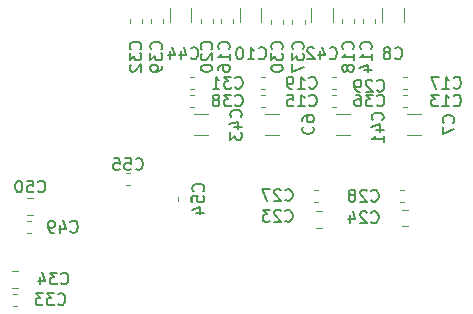
<source format=gbr>
G04 #@! TF.GenerationSoftware,KiCad,Pcbnew,5.0.2-bee76a0~70~ubuntu18.04.1*
G04 #@! TF.CreationDate,2019-10-10T22:37:19-05:00*
G04 #@! TF.ProjectId,nvmeter,6e766d65-7465-4722-9e6b-696361645f70,rev?*
G04 #@! TF.SameCoordinates,Original*
G04 #@! TF.FileFunction,Legend,Bot*
G04 #@! TF.FilePolarity,Positive*
%FSLAX46Y46*%
G04 Gerber Fmt 4.6, Leading zero omitted, Abs format (unit mm)*
G04 Created by KiCad (PCBNEW 5.0.2-bee76a0~70~ubuntu18.04.1) date Thu 10 Oct 2019 10:37:19 PM CDT*
%MOMM*%
%LPD*%
G01*
G04 APERTURE LIST*
%ADD10C,0.120000*%
%ADD11C,0.150000*%
G04 APERTURE END LIST*
D10*
G04 #@! TO.C,C31*
X50921043Y-39078271D02*
X51263577Y-39078271D01*
X50921043Y-38058271D02*
X51263577Y-38058271D01*
G04 #@! TO.C,C27*
X61407275Y-48591415D02*
X61749809Y-48591415D01*
X61407275Y-47571415D02*
X61749809Y-47571415D01*
G04 #@! TO.C,C28*
X68686852Y-48644786D02*
X69029386Y-48644786D01*
X68686852Y-47624786D02*
X69029386Y-47624786D01*
G04 #@! TO.C,C13*
X68921043Y-40578271D02*
X69263577Y-40578271D01*
X68921043Y-39558271D02*
X69263577Y-39558271D01*
G04 #@! TO.C,C54*
X50914847Y-48179990D02*
X50914847Y-48522524D01*
X49894847Y-48179990D02*
X49894847Y-48522524D01*
G04 #@! TO.C,C15*
X56935339Y-40578271D02*
X57277873Y-40578271D01*
X56935339Y-39558271D02*
X57277873Y-39558271D01*
G04 #@! TO.C,C16*
X53528459Y-33489538D02*
X53528459Y-33147004D01*
X54548459Y-33489538D02*
X54548459Y-33147004D01*
G04 #@! TO.C,C17*
X68921043Y-39078271D02*
X69263577Y-39078271D01*
X68921043Y-38058271D02*
X69263577Y-38058271D01*
G04 #@! TO.C,C18*
X63786308Y-33489538D02*
X63786308Y-33147004D01*
X64806308Y-33489538D02*
X64806308Y-33147004D01*
G04 #@! TO.C,C19*
X56935339Y-39078271D02*
X57277873Y-39078271D01*
X56935339Y-38058271D02*
X57277873Y-38058271D01*
G04 #@! TO.C,C20*
X51832310Y-33489538D02*
X51832310Y-33147004D01*
X52852310Y-33489538D02*
X52852310Y-33147004D01*
G04 #@! TO.C,C33*
X36265794Y-56390197D02*
X35923260Y-56390197D01*
X36265794Y-57410197D02*
X35923260Y-57410197D01*
G04 #@! TO.C,C14*
X66556308Y-33489538D02*
X66556308Y-33147004D01*
X65536308Y-33489538D02*
X65536308Y-33147004D01*
G04 #@! TO.C,C55*
X45826114Y-46191257D02*
X45483580Y-46191257D01*
X45826114Y-47211257D02*
X45483580Y-47211257D01*
G04 #@! TO.C,C29*
X62921043Y-39078271D02*
X63263577Y-39078271D01*
X62921043Y-38058271D02*
X63263577Y-38058271D01*
G04 #@! TO.C,C49*
X37414834Y-51262317D02*
X37072300Y-51262317D01*
X37414834Y-50242317D02*
X37072300Y-50242317D01*
G04 #@! TO.C,C32*
X45832310Y-33489538D02*
X45832310Y-33147004D01*
X46852310Y-33489538D02*
X46852310Y-33147004D01*
G04 #@! TO.C,C36*
X62921043Y-39558271D02*
X63263577Y-39558271D01*
X62921043Y-40578271D02*
X63263577Y-40578271D01*
G04 #@! TO.C,C37*
X60602310Y-33579618D02*
X60602310Y-33237084D01*
X59582310Y-33579618D02*
X59582310Y-33237084D01*
G04 #@! TO.C,C38*
X50921043Y-39558271D02*
X51263577Y-39558271D01*
X50921043Y-40578271D02*
X51263577Y-40578271D01*
G04 #@! TO.C,C39*
X48602310Y-33489538D02*
X48602310Y-33147004D01*
X47582310Y-33489538D02*
X47582310Y-33147004D01*
G04 #@! TO.C,C30*
X57800884Y-33579618D02*
X57800884Y-33237084D01*
X58820884Y-33579618D02*
X58820884Y-33237084D01*
G04 #@! TO.C,C34*
X36355779Y-54440197D02*
X35833275Y-54440197D01*
X36355779Y-55860197D02*
X35833275Y-55860197D01*
G04 #@! TO.C,C24*
X68846867Y-49260752D02*
X69369371Y-49260752D01*
X68846867Y-50680752D02*
X69369371Y-50680752D01*
G04 #@! TO.C,C23*
X61567290Y-50791415D02*
X62089794Y-50791415D01*
X61567290Y-49371415D02*
X62089794Y-49371415D01*
G04 #@! TO.C,C50*
X37651179Y-49712317D02*
X37128675Y-49712317D01*
X37651179Y-48292317D02*
X37128675Y-48292317D01*
G04 #@! TO.C,C44*
X51002310Y-33420335D02*
X51002310Y-32216207D01*
X49182310Y-33420335D02*
X49182310Y-32216207D01*
G04 #@! TO.C,C7*
X69240246Y-41158271D02*
X70444374Y-41158271D01*
X69240246Y-42978271D02*
X70444374Y-42978271D01*
G04 #@! TO.C,C10*
X55128459Y-33420335D02*
X55128459Y-32216207D01*
X56948459Y-33420335D02*
X56948459Y-32216207D01*
G04 #@! TO.C,C8*
X69002310Y-33420335D02*
X69002310Y-32216207D01*
X67182310Y-33420335D02*
X67182310Y-32216207D01*
G04 #@! TO.C,C43*
X51240246Y-41158271D02*
X52444374Y-41158271D01*
X51240246Y-42978271D02*
X52444374Y-42978271D01*
G04 #@! TO.C,C42*
X63002310Y-33420335D02*
X63002310Y-32216207D01*
X61182310Y-33420335D02*
X61182310Y-32216207D01*
G04 #@! TO.C,C41*
X63240246Y-41158271D02*
X64444374Y-41158271D01*
X63240246Y-42978271D02*
X64444374Y-42978271D01*
G04 #@! TO.C,C9*
X57240246Y-42978271D02*
X58444374Y-42978271D01*
X57240246Y-41158271D02*
X58444374Y-41158271D01*
G04 #@! TO.C,C31*
D11*
X54735167Y-38925413D02*
X54782786Y-38973032D01*
X54925643Y-39020651D01*
X55020881Y-39020651D01*
X55163738Y-38973032D01*
X55258976Y-38877794D01*
X55306595Y-38782556D01*
X55354214Y-38592080D01*
X55354214Y-38449223D01*
X55306595Y-38258747D01*
X55258976Y-38163509D01*
X55163738Y-38068271D01*
X55020881Y-38020651D01*
X54925643Y-38020651D01*
X54782786Y-38068271D01*
X54735167Y-38115890D01*
X54401833Y-38020651D02*
X53782786Y-38020651D01*
X54116119Y-38401604D01*
X53973262Y-38401604D01*
X53878024Y-38449223D01*
X53830405Y-38496842D01*
X53782786Y-38592080D01*
X53782786Y-38830175D01*
X53830405Y-38925413D01*
X53878024Y-38973032D01*
X53973262Y-39020651D01*
X54258976Y-39020651D01*
X54354214Y-38973032D01*
X54401833Y-38925413D01*
X52830405Y-39020651D02*
X53401833Y-39020651D01*
X53116119Y-39020651D02*
X53116119Y-38020651D01*
X53211357Y-38163509D01*
X53306595Y-38258747D01*
X53401833Y-38306366D01*
G04 #@! TO.C,C27*
X58971399Y-48438557D02*
X59019018Y-48486176D01*
X59161875Y-48533795D01*
X59257113Y-48533795D01*
X59399970Y-48486176D01*
X59495208Y-48390938D01*
X59542827Y-48295700D01*
X59590446Y-48105224D01*
X59590446Y-47962367D01*
X59542827Y-47771891D01*
X59495208Y-47676653D01*
X59399970Y-47581415D01*
X59257113Y-47533795D01*
X59161875Y-47533795D01*
X59019018Y-47581415D01*
X58971399Y-47629034D01*
X58590446Y-47629034D02*
X58542827Y-47581415D01*
X58447589Y-47533795D01*
X58209494Y-47533795D01*
X58114256Y-47581415D01*
X58066637Y-47629034D01*
X58019018Y-47724272D01*
X58019018Y-47819510D01*
X58066637Y-47962367D01*
X58638065Y-48533795D01*
X58019018Y-48533795D01*
X57685684Y-47533795D02*
X57019018Y-47533795D01*
X57447589Y-48533795D01*
G04 #@! TO.C,C28*
X66250976Y-48491928D02*
X66298595Y-48539547D01*
X66441452Y-48587166D01*
X66536690Y-48587166D01*
X66679547Y-48539547D01*
X66774785Y-48444309D01*
X66822404Y-48349071D01*
X66870023Y-48158595D01*
X66870023Y-48015738D01*
X66822404Y-47825262D01*
X66774785Y-47730024D01*
X66679547Y-47634786D01*
X66536690Y-47587166D01*
X66441452Y-47587166D01*
X66298595Y-47634786D01*
X66250976Y-47682405D01*
X65870023Y-47682405D02*
X65822404Y-47634786D01*
X65727166Y-47587166D01*
X65489071Y-47587166D01*
X65393833Y-47634786D01*
X65346214Y-47682405D01*
X65298595Y-47777643D01*
X65298595Y-47872881D01*
X65346214Y-48015738D01*
X65917642Y-48587166D01*
X65298595Y-48587166D01*
X64727166Y-48015738D02*
X64822404Y-47968119D01*
X64870023Y-47920500D01*
X64917642Y-47825262D01*
X64917642Y-47777643D01*
X64870023Y-47682405D01*
X64822404Y-47634786D01*
X64727166Y-47587166D01*
X64536690Y-47587166D01*
X64441452Y-47634786D01*
X64393833Y-47682405D01*
X64346214Y-47777643D01*
X64346214Y-47825262D01*
X64393833Y-47920500D01*
X64441452Y-47968119D01*
X64536690Y-48015738D01*
X64727166Y-48015738D01*
X64822404Y-48063357D01*
X64870023Y-48110976D01*
X64917642Y-48206214D01*
X64917642Y-48396690D01*
X64870023Y-48491928D01*
X64822404Y-48539547D01*
X64727166Y-48587166D01*
X64536690Y-48587166D01*
X64441452Y-48539547D01*
X64393833Y-48491928D01*
X64346214Y-48396690D01*
X64346214Y-48206214D01*
X64393833Y-48110976D01*
X64441452Y-48063357D01*
X64536690Y-48015738D01*
G04 #@! TO.C,C13*
X73235167Y-40425413D02*
X73282786Y-40473032D01*
X73425643Y-40520651D01*
X73520881Y-40520651D01*
X73663738Y-40473032D01*
X73758976Y-40377794D01*
X73806595Y-40282556D01*
X73854214Y-40092080D01*
X73854214Y-39949223D01*
X73806595Y-39758747D01*
X73758976Y-39663509D01*
X73663738Y-39568271D01*
X73520881Y-39520651D01*
X73425643Y-39520651D01*
X73282786Y-39568271D01*
X73235167Y-39615890D01*
X72282786Y-40520651D02*
X72854214Y-40520651D01*
X72568500Y-40520651D02*
X72568500Y-39520651D01*
X72663738Y-39663509D01*
X72758976Y-39758747D01*
X72854214Y-39806366D01*
X71949452Y-39520651D02*
X71330405Y-39520651D01*
X71663738Y-39901604D01*
X71520881Y-39901604D01*
X71425643Y-39949223D01*
X71378024Y-39996842D01*
X71330405Y-40092080D01*
X71330405Y-40330175D01*
X71378024Y-40425413D01*
X71425643Y-40473032D01*
X71520881Y-40520651D01*
X71806595Y-40520651D01*
X71901833Y-40473032D01*
X71949452Y-40425413D01*
G04 #@! TO.C,C54*
X52011989Y-47708399D02*
X52059608Y-47660780D01*
X52107227Y-47517923D01*
X52107227Y-47422685D01*
X52059608Y-47279828D01*
X51964370Y-47184590D01*
X51869132Y-47136971D01*
X51678656Y-47089352D01*
X51535799Y-47089352D01*
X51345323Y-47136971D01*
X51250085Y-47184590D01*
X51154847Y-47279828D01*
X51107227Y-47422685D01*
X51107227Y-47517923D01*
X51154847Y-47660780D01*
X51202466Y-47708399D01*
X51107227Y-48613161D02*
X51107227Y-48136971D01*
X51583418Y-48089352D01*
X51535799Y-48136971D01*
X51488180Y-48232209D01*
X51488180Y-48470304D01*
X51535799Y-48565542D01*
X51583418Y-48613161D01*
X51678656Y-48660780D01*
X51916751Y-48660780D01*
X52011989Y-48613161D01*
X52059608Y-48565542D01*
X52107227Y-48470304D01*
X52107227Y-48232209D01*
X52059608Y-48136971D01*
X52011989Y-48089352D01*
X51440561Y-49517923D02*
X52107227Y-49517923D01*
X51059608Y-49279828D02*
X51773894Y-49041733D01*
X51773894Y-49660780D01*
G04 #@! TO.C,C15*
X60999463Y-40425413D02*
X61047082Y-40473032D01*
X61189939Y-40520651D01*
X61285177Y-40520651D01*
X61428034Y-40473032D01*
X61523272Y-40377794D01*
X61570891Y-40282556D01*
X61618510Y-40092080D01*
X61618510Y-39949223D01*
X61570891Y-39758747D01*
X61523272Y-39663509D01*
X61428034Y-39568271D01*
X61285177Y-39520651D01*
X61189939Y-39520651D01*
X61047082Y-39568271D01*
X60999463Y-39615890D01*
X60047082Y-40520651D02*
X60618510Y-40520651D01*
X60332796Y-40520651D02*
X60332796Y-39520651D01*
X60428034Y-39663509D01*
X60523272Y-39758747D01*
X60618510Y-39806366D01*
X59142320Y-39520651D02*
X59618510Y-39520651D01*
X59666129Y-39996842D01*
X59618510Y-39949223D01*
X59523272Y-39901604D01*
X59285177Y-39901604D01*
X59189939Y-39949223D01*
X59142320Y-39996842D01*
X59094701Y-40092080D01*
X59094701Y-40330175D01*
X59142320Y-40425413D01*
X59189939Y-40473032D01*
X59285177Y-40520651D01*
X59523272Y-40520651D01*
X59618510Y-40473032D01*
X59666129Y-40425413D01*
G04 #@! TO.C,C16*
X54199452Y-35675413D02*
X54247071Y-35627794D01*
X54294690Y-35484937D01*
X54294690Y-35389699D01*
X54247071Y-35246842D01*
X54151833Y-35151604D01*
X54056595Y-35103985D01*
X53866119Y-35056366D01*
X53723262Y-35056366D01*
X53532786Y-35103985D01*
X53437548Y-35151604D01*
X53342310Y-35246842D01*
X53294690Y-35389699D01*
X53294690Y-35484937D01*
X53342310Y-35627794D01*
X53389929Y-35675413D01*
X54294690Y-36627794D02*
X54294690Y-36056366D01*
X54294690Y-36342080D02*
X53294690Y-36342080D01*
X53437548Y-36246842D01*
X53532786Y-36151604D01*
X53580405Y-36056366D01*
X53294690Y-37484937D02*
X53294690Y-37294461D01*
X53342310Y-37199223D01*
X53389929Y-37151604D01*
X53532786Y-37056366D01*
X53723262Y-37008747D01*
X54104214Y-37008747D01*
X54199452Y-37056366D01*
X54247071Y-37103985D01*
X54294690Y-37199223D01*
X54294690Y-37389699D01*
X54247071Y-37484937D01*
X54199452Y-37532556D01*
X54104214Y-37580175D01*
X53866119Y-37580175D01*
X53770881Y-37532556D01*
X53723262Y-37484937D01*
X53675643Y-37389699D01*
X53675643Y-37199223D01*
X53723262Y-37103985D01*
X53770881Y-37056366D01*
X53866119Y-37008747D01*
G04 #@! TO.C,C17*
X73235167Y-38925413D02*
X73282786Y-38973032D01*
X73425643Y-39020651D01*
X73520881Y-39020651D01*
X73663738Y-38973032D01*
X73758976Y-38877794D01*
X73806595Y-38782556D01*
X73854214Y-38592080D01*
X73854214Y-38449223D01*
X73806595Y-38258747D01*
X73758976Y-38163509D01*
X73663738Y-38068271D01*
X73520881Y-38020651D01*
X73425643Y-38020651D01*
X73282786Y-38068271D01*
X73235167Y-38115890D01*
X72282786Y-39020651D02*
X72854214Y-39020651D01*
X72568500Y-39020651D02*
X72568500Y-38020651D01*
X72663738Y-38163509D01*
X72758976Y-38258747D01*
X72854214Y-38306366D01*
X71949452Y-38020651D02*
X71282786Y-38020651D01*
X71711357Y-39020651D01*
G04 #@! TO.C,C18*
X64699452Y-35675413D02*
X64747071Y-35627794D01*
X64794690Y-35484937D01*
X64794690Y-35389699D01*
X64747071Y-35246842D01*
X64651833Y-35151604D01*
X64556595Y-35103985D01*
X64366119Y-35056366D01*
X64223262Y-35056366D01*
X64032786Y-35103985D01*
X63937548Y-35151604D01*
X63842310Y-35246842D01*
X63794690Y-35389699D01*
X63794690Y-35484937D01*
X63842310Y-35627794D01*
X63889929Y-35675413D01*
X64794690Y-36627794D02*
X64794690Y-36056366D01*
X64794690Y-36342080D02*
X63794690Y-36342080D01*
X63937548Y-36246842D01*
X64032786Y-36151604D01*
X64080405Y-36056366D01*
X64223262Y-37199223D02*
X64175643Y-37103985D01*
X64128024Y-37056366D01*
X64032786Y-37008747D01*
X63985167Y-37008747D01*
X63889929Y-37056366D01*
X63842310Y-37103985D01*
X63794690Y-37199223D01*
X63794690Y-37389699D01*
X63842310Y-37484937D01*
X63889929Y-37532556D01*
X63985167Y-37580175D01*
X64032786Y-37580175D01*
X64128024Y-37532556D01*
X64175643Y-37484937D01*
X64223262Y-37389699D01*
X64223262Y-37199223D01*
X64270881Y-37103985D01*
X64318500Y-37056366D01*
X64413738Y-37008747D01*
X64604214Y-37008747D01*
X64699452Y-37056366D01*
X64747071Y-37103985D01*
X64794690Y-37199223D01*
X64794690Y-37389699D01*
X64747071Y-37484937D01*
X64699452Y-37532556D01*
X64604214Y-37580175D01*
X64413738Y-37580175D01*
X64318500Y-37532556D01*
X64270881Y-37484937D01*
X64223262Y-37389699D01*
G04 #@! TO.C,C19*
X60999463Y-38925413D02*
X61047082Y-38973032D01*
X61189939Y-39020651D01*
X61285177Y-39020651D01*
X61428034Y-38973032D01*
X61523272Y-38877794D01*
X61570891Y-38782556D01*
X61618510Y-38592080D01*
X61618510Y-38449223D01*
X61570891Y-38258747D01*
X61523272Y-38163509D01*
X61428034Y-38068271D01*
X61285177Y-38020651D01*
X61189939Y-38020651D01*
X61047082Y-38068271D01*
X60999463Y-38115890D01*
X60047082Y-39020651D02*
X60618510Y-39020651D01*
X60332796Y-39020651D02*
X60332796Y-38020651D01*
X60428034Y-38163509D01*
X60523272Y-38258747D01*
X60618510Y-38306366D01*
X59570891Y-39020651D02*
X59380415Y-39020651D01*
X59285177Y-38973032D01*
X59237558Y-38925413D01*
X59142320Y-38782556D01*
X59094701Y-38592080D01*
X59094701Y-38211128D01*
X59142320Y-38115890D01*
X59189939Y-38068271D01*
X59285177Y-38020651D01*
X59475653Y-38020651D01*
X59570891Y-38068271D01*
X59618510Y-38115890D01*
X59666129Y-38211128D01*
X59666129Y-38449223D01*
X59618510Y-38544461D01*
X59570891Y-38592080D01*
X59475653Y-38639699D01*
X59285177Y-38639699D01*
X59189939Y-38592080D01*
X59142320Y-38544461D01*
X59094701Y-38449223D01*
G04 #@! TO.C,C20*
X52699452Y-35675413D02*
X52747071Y-35627794D01*
X52794690Y-35484937D01*
X52794690Y-35389699D01*
X52747071Y-35246842D01*
X52651833Y-35151604D01*
X52556595Y-35103985D01*
X52366119Y-35056366D01*
X52223262Y-35056366D01*
X52032786Y-35103985D01*
X51937548Y-35151604D01*
X51842310Y-35246842D01*
X51794690Y-35389699D01*
X51794690Y-35484937D01*
X51842310Y-35627794D01*
X51889929Y-35675413D01*
X51889929Y-36056366D02*
X51842310Y-36103985D01*
X51794690Y-36199223D01*
X51794690Y-36437318D01*
X51842310Y-36532556D01*
X51889929Y-36580175D01*
X51985167Y-36627794D01*
X52080405Y-36627794D01*
X52223262Y-36580175D01*
X52794690Y-36008747D01*
X52794690Y-36627794D01*
X51794690Y-37246842D02*
X51794690Y-37342080D01*
X51842310Y-37437318D01*
X51889929Y-37484937D01*
X51985167Y-37532556D01*
X52175643Y-37580175D01*
X52413738Y-37580175D01*
X52604214Y-37532556D01*
X52699452Y-37484937D01*
X52747071Y-37437318D01*
X52794690Y-37342080D01*
X52794690Y-37246842D01*
X52747071Y-37151604D01*
X52699452Y-37103985D01*
X52604214Y-37056366D01*
X52413738Y-37008747D01*
X52175643Y-37008747D01*
X51985167Y-37056366D01*
X51889929Y-37103985D01*
X51842310Y-37151604D01*
X51794690Y-37246842D01*
G04 #@! TO.C,C33*
X39737384Y-57257339D02*
X39785003Y-57304958D01*
X39927860Y-57352577D01*
X40023098Y-57352577D01*
X40165955Y-57304958D01*
X40261193Y-57209720D01*
X40308812Y-57114482D01*
X40356431Y-56924006D01*
X40356431Y-56781149D01*
X40308812Y-56590673D01*
X40261193Y-56495435D01*
X40165955Y-56400197D01*
X40023098Y-56352577D01*
X39927860Y-56352577D01*
X39785003Y-56400197D01*
X39737384Y-56447816D01*
X39404050Y-56352577D02*
X38785003Y-56352577D01*
X39118336Y-56733530D01*
X38975479Y-56733530D01*
X38880241Y-56781149D01*
X38832622Y-56828768D01*
X38785003Y-56924006D01*
X38785003Y-57162101D01*
X38832622Y-57257339D01*
X38880241Y-57304958D01*
X38975479Y-57352577D01*
X39261193Y-57352577D01*
X39356431Y-57304958D01*
X39404050Y-57257339D01*
X38451669Y-56352577D02*
X37832622Y-56352577D01*
X38165955Y-56733530D01*
X38023098Y-56733530D01*
X37927860Y-56781149D01*
X37880241Y-56828768D01*
X37832622Y-56924006D01*
X37832622Y-57162101D01*
X37880241Y-57257339D01*
X37927860Y-57304958D01*
X38023098Y-57352577D01*
X38308812Y-57352577D01*
X38404050Y-57304958D01*
X38451669Y-57257339D01*
G04 #@! TO.C,C14*
X66199452Y-35675413D02*
X66247071Y-35627794D01*
X66294690Y-35484937D01*
X66294690Y-35389699D01*
X66247071Y-35246842D01*
X66151833Y-35151604D01*
X66056595Y-35103985D01*
X65866119Y-35056366D01*
X65723262Y-35056366D01*
X65532786Y-35103985D01*
X65437548Y-35151604D01*
X65342310Y-35246842D01*
X65294690Y-35389699D01*
X65294690Y-35484937D01*
X65342310Y-35627794D01*
X65389929Y-35675413D01*
X66294690Y-36627794D02*
X66294690Y-36056366D01*
X66294690Y-36342080D02*
X65294690Y-36342080D01*
X65437548Y-36246842D01*
X65532786Y-36151604D01*
X65580405Y-36056366D01*
X65628024Y-37484937D02*
X66294690Y-37484937D01*
X65247071Y-37246842D02*
X65961357Y-37008747D01*
X65961357Y-37627794D01*
G04 #@! TO.C,C55*
X46297704Y-45808399D02*
X46345323Y-45856018D01*
X46488180Y-45903637D01*
X46583418Y-45903637D01*
X46726275Y-45856018D01*
X46821513Y-45760780D01*
X46869132Y-45665542D01*
X46916751Y-45475066D01*
X46916751Y-45332209D01*
X46869132Y-45141733D01*
X46821513Y-45046495D01*
X46726275Y-44951257D01*
X46583418Y-44903637D01*
X46488180Y-44903637D01*
X46345323Y-44951257D01*
X46297704Y-44998876D01*
X45392942Y-44903637D02*
X45869132Y-44903637D01*
X45916751Y-45379828D01*
X45869132Y-45332209D01*
X45773894Y-45284590D01*
X45535799Y-45284590D01*
X45440561Y-45332209D01*
X45392942Y-45379828D01*
X45345323Y-45475066D01*
X45345323Y-45713161D01*
X45392942Y-45808399D01*
X45440561Y-45856018D01*
X45535799Y-45903637D01*
X45773894Y-45903637D01*
X45869132Y-45856018D01*
X45916751Y-45808399D01*
X44440561Y-44903637D02*
X44916751Y-44903637D01*
X44964370Y-45379828D01*
X44916751Y-45332209D01*
X44821513Y-45284590D01*
X44583418Y-45284590D01*
X44488180Y-45332209D01*
X44440561Y-45379828D01*
X44392942Y-45475066D01*
X44392942Y-45713161D01*
X44440561Y-45808399D01*
X44488180Y-45856018D01*
X44583418Y-45903637D01*
X44821513Y-45903637D01*
X44916751Y-45856018D01*
X44964370Y-45808399D01*
G04 #@! TO.C,C29*
X66735167Y-39175413D02*
X66782786Y-39223032D01*
X66925643Y-39270651D01*
X67020881Y-39270651D01*
X67163738Y-39223032D01*
X67258976Y-39127794D01*
X67306595Y-39032556D01*
X67354214Y-38842080D01*
X67354214Y-38699223D01*
X67306595Y-38508747D01*
X67258976Y-38413509D01*
X67163738Y-38318271D01*
X67020881Y-38270651D01*
X66925643Y-38270651D01*
X66782786Y-38318271D01*
X66735167Y-38365890D01*
X66354214Y-38365890D02*
X66306595Y-38318271D01*
X66211357Y-38270651D01*
X65973262Y-38270651D01*
X65878024Y-38318271D01*
X65830405Y-38365890D01*
X65782786Y-38461128D01*
X65782786Y-38556366D01*
X65830405Y-38699223D01*
X66401833Y-39270651D01*
X65782786Y-39270651D01*
X65306595Y-39270651D02*
X65116119Y-39270651D01*
X65020881Y-39223032D01*
X64973262Y-39175413D01*
X64878024Y-39032556D01*
X64830405Y-38842080D01*
X64830405Y-38461128D01*
X64878024Y-38365890D01*
X64925643Y-38318271D01*
X65020881Y-38270651D01*
X65211357Y-38270651D01*
X65306595Y-38318271D01*
X65354214Y-38365890D01*
X65401833Y-38461128D01*
X65401833Y-38699223D01*
X65354214Y-38794461D01*
X65306595Y-38842080D01*
X65211357Y-38889699D01*
X65020881Y-38889699D01*
X64925643Y-38842080D01*
X64878024Y-38794461D01*
X64830405Y-38699223D01*
G04 #@! TO.C,C49*
X40782784Y-51109459D02*
X40830403Y-51157078D01*
X40973260Y-51204697D01*
X41068498Y-51204697D01*
X41211355Y-51157078D01*
X41306593Y-51061840D01*
X41354212Y-50966602D01*
X41401831Y-50776126D01*
X41401831Y-50633269D01*
X41354212Y-50442793D01*
X41306593Y-50347555D01*
X41211355Y-50252317D01*
X41068498Y-50204697D01*
X40973260Y-50204697D01*
X40830403Y-50252317D01*
X40782784Y-50299936D01*
X39925641Y-50538031D02*
X39925641Y-51204697D01*
X40163736Y-50157078D02*
X40401831Y-50871364D01*
X39782784Y-50871364D01*
X39354212Y-51204697D02*
X39163736Y-51204697D01*
X39068498Y-51157078D01*
X39020879Y-51109459D01*
X38925641Y-50966602D01*
X38878022Y-50776126D01*
X38878022Y-50395174D01*
X38925641Y-50299936D01*
X38973260Y-50252317D01*
X39068498Y-50204697D01*
X39258974Y-50204697D01*
X39354212Y-50252317D01*
X39401831Y-50299936D01*
X39449450Y-50395174D01*
X39449450Y-50633269D01*
X39401831Y-50728507D01*
X39354212Y-50776126D01*
X39258974Y-50823745D01*
X39068498Y-50823745D01*
X38973260Y-50776126D01*
X38925641Y-50728507D01*
X38878022Y-50633269D01*
G04 #@! TO.C,C32*
X46699452Y-35675413D02*
X46747071Y-35627794D01*
X46794690Y-35484937D01*
X46794690Y-35389699D01*
X46747071Y-35246842D01*
X46651833Y-35151604D01*
X46556595Y-35103985D01*
X46366119Y-35056366D01*
X46223262Y-35056366D01*
X46032786Y-35103985D01*
X45937548Y-35151604D01*
X45842310Y-35246842D01*
X45794690Y-35389699D01*
X45794690Y-35484937D01*
X45842310Y-35627794D01*
X45889929Y-35675413D01*
X45794690Y-36008747D02*
X45794690Y-36627794D01*
X46175643Y-36294461D01*
X46175643Y-36437318D01*
X46223262Y-36532556D01*
X46270881Y-36580175D01*
X46366119Y-36627794D01*
X46604214Y-36627794D01*
X46699452Y-36580175D01*
X46747071Y-36532556D01*
X46794690Y-36437318D01*
X46794690Y-36151604D01*
X46747071Y-36056366D01*
X46699452Y-36008747D01*
X45889929Y-37008747D02*
X45842310Y-37056366D01*
X45794690Y-37151604D01*
X45794690Y-37389699D01*
X45842310Y-37484937D01*
X45889929Y-37532556D01*
X45985167Y-37580175D01*
X46080405Y-37580175D01*
X46223262Y-37532556D01*
X46794690Y-36961128D01*
X46794690Y-37580175D01*
G04 #@! TO.C,C36*
X66735167Y-40425413D02*
X66782786Y-40473032D01*
X66925643Y-40520651D01*
X67020881Y-40520651D01*
X67163738Y-40473032D01*
X67258976Y-40377794D01*
X67306595Y-40282556D01*
X67354214Y-40092080D01*
X67354214Y-39949223D01*
X67306595Y-39758747D01*
X67258976Y-39663509D01*
X67163738Y-39568271D01*
X67020881Y-39520651D01*
X66925643Y-39520651D01*
X66782786Y-39568271D01*
X66735167Y-39615890D01*
X66401833Y-39520651D02*
X65782786Y-39520651D01*
X66116119Y-39901604D01*
X65973262Y-39901604D01*
X65878024Y-39949223D01*
X65830405Y-39996842D01*
X65782786Y-40092080D01*
X65782786Y-40330175D01*
X65830405Y-40425413D01*
X65878024Y-40473032D01*
X65973262Y-40520651D01*
X66258976Y-40520651D01*
X66354214Y-40473032D01*
X66401833Y-40425413D01*
X64925643Y-39520651D02*
X65116119Y-39520651D01*
X65211357Y-39568271D01*
X65258976Y-39615890D01*
X65354214Y-39758747D01*
X65401833Y-39949223D01*
X65401833Y-40330175D01*
X65354214Y-40425413D01*
X65306595Y-40473032D01*
X65211357Y-40520651D01*
X65020881Y-40520651D01*
X64925643Y-40473032D01*
X64878024Y-40425413D01*
X64830405Y-40330175D01*
X64830405Y-40092080D01*
X64878024Y-39996842D01*
X64925643Y-39949223D01*
X65020881Y-39901604D01*
X65211357Y-39901604D01*
X65306595Y-39949223D01*
X65354214Y-39996842D01*
X65401833Y-40092080D01*
G04 #@! TO.C,C37*
X60449452Y-35675413D02*
X60497071Y-35627794D01*
X60544690Y-35484937D01*
X60544690Y-35389699D01*
X60497071Y-35246842D01*
X60401833Y-35151604D01*
X60306595Y-35103985D01*
X60116119Y-35056366D01*
X59973262Y-35056366D01*
X59782786Y-35103985D01*
X59687548Y-35151604D01*
X59592310Y-35246842D01*
X59544690Y-35389699D01*
X59544690Y-35484937D01*
X59592310Y-35627794D01*
X59639929Y-35675413D01*
X59544690Y-36008747D02*
X59544690Y-36627794D01*
X59925643Y-36294461D01*
X59925643Y-36437318D01*
X59973262Y-36532556D01*
X60020881Y-36580175D01*
X60116119Y-36627794D01*
X60354214Y-36627794D01*
X60449452Y-36580175D01*
X60497071Y-36532556D01*
X60544690Y-36437318D01*
X60544690Y-36151604D01*
X60497071Y-36056366D01*
X60449452Y-36008747D01*
X59544690Y-36961128D02*
X59544690Y-37627794D01*
X60544690Y-37199223D01*
G04 #@! TO.C,C38*
X54735167Y-40425413D02*
X54782786Y-40473032D01*
X54925643Y-40520651D01*
X55020881Y-40520651D01*
X55163738Y-40473032D01*
X55258976Y-40377794D01*
X55306595Y-40282556D01*
X55354214Y-40092080D01*
X55354214Y-39949223D01*
X55306595Y-39758747D01*
X55258976Y-39663509D01*
X55163738Y-39568271D01*
X55020881Y-39520651D01*
X54925643Y-39520651D01*
X54782786Y-39568271D01*
X54735167Y-39615890D01*
X54401833Y-39520651D02*
X53782786Y-39520651D01*
X54116119Y-39901604D01*
X53973262Y-39901604D01*
X53878024Y-39949223D01*
X53830405Y-39996842D01*
X53782786Y-40092080D01*
X53782786Y-40330175D01*
X53830405Y-40425413D01*
X53878024Y-40473032D01*
X53973262Y-40520651D01*
X54258976Y-40520651D01*
X54354214Y-40473032D01*
X54401833Y-40425413D01*
X53211357Y-39949223D02*
X53306595Y-39901604D01*
X53354214Y-39853985D01*
X53401833Y-39758747D01*
X53401833Y-39711128D01*
X53354214Y-39615890D01*
X53306595Y-39568271D01*
X53211357Y-39520651D01*
X53020881Y-39520651D01*
X52925643Y-39568271D01*
X52878024Y-39615890D01*
X52830405Y-39711128D01*
X52830405Y-39758747D01*
X52878024Y-39853985D01*
X52925643Y-39901604D01*
X53020881Y-39949223D01*
X53211357Y-39949223D01*
X53306595Y-39996842D01*
X53354214Y-40044461D01*
X53401833Y-40139699D01*
X53401833Y-40330175D01*
X53354214Y-40425413D01*
X53306595Y-40473032D01*
X53211357Y-40520651D01*
X53020881Y-40520651D01*
X52925643Y-40473032D01*
X52878024Y-40425413D01*
X52830405Y-40330175D01*
X52830405Y-40139699D01*
X52878024Y-40044461D01*
X52925643Y-39996842D01*
X53020881Y-39949223D01*
G04 #@! TO.C,C39*
X48449452Y-35675413D02*
X48497071Y-35627794D01*
X48544690Y-35484937D01*
X48544690Y-35389699D01*
X48497071Y-35246842D01*
X48401833Y-35151604D01*
X48306595Y-35103985D01*
X48116119Y-35056366D01*
X47973262Y-35056366D01*
X47782786Y-35103985D01*
X47687548Y-35151604D01*
X47592310Y-35246842D01*
X47544690Y-35389699D01*
X47544690Y-35484937D01*
X47592310Y-35627794D01*
X47639929Y-35675413D01*
X47544690Y-36008747D02*
X47544690Y-36627794D01*
X47925643Y-36294461D01*
X47925643Y-36437318D01*
X47973262Y-36532556D01*
X48020881Y-36580175D01*
X48116119Y-36627794D01*
X48354214Y-36627794D01*
X48449452Y-36580175D01*
X48497071Y-36532556D01*
X48544690Y-36437318D01*
X48544690Y-36151604D01*
X48497071Y-36056366D01*
X48449452Y-36008747D01*
X48544690Y-37103985D02*
X48544690Y-37294461D01*
X48497071Y-37389699D01*
X48449452Y-37437318D01*
X48306595Y-37532556D01*
X48116119Y-37580175D01*
X47735167Y-37580175D01*
X47639929Y-37532556D01*
X47592310Y-37484937D01*
X47544690Y-37389699D01*
X47544690Y-37199223D01*
X47592310Y-37103985D01*
X47639929Y-37056366D01*
X47735167Y-37008747D01*
X47973262Y-37008747D01*
X48068500Y-37056366D01*
X48116119Y-37103985D01*
X48163738Y-37199223D01*
X48163738Y-37389699D01*
X48116119Y-37484937D01*
X48068500Y-37532556D01*
X47973262Y-37580175D01*
G04 #@! TO.C,C30*
X58668026Y-35675413D02*
X58715645Y-35627794D01*
X58763264Y-35484937D01*
X58763264Y-35389699D01*
X58715645Y-35246842D01*
X58620407Y-35151604D01*
X58525169Y-35103985D01*
X58334693Y-35056366D01*
X58191836Y-35056366D01*
X58001360Y-35103985D01*
X57906122Y-35151604D01*
X57810884Y-35246842D01*
X57763264Y-35389699D01*
X57763264Y-35484937D01*
X57810884Y-35627794D01*
X57858503Y-35675413D01*
X57763264Y-36008747D02*
X57763264Y-36627794D01*
X58144217Y-36294461D01*
X58144217Y-36437318D01*
X58191836Y-36532556D01*
X58239455Y-36580175D01*
X58334693Y-36627794D01*
X58572788Y-36627794D01*
X58668026Y-36580175D01*
X58715645Y-36532556D01*
X58763264Y-36437318D01*
X58763264Y-36151604D01*
X58715645Y-36056366D01*
X58668026Y-36008747D01*
X57763264Y-37246842D02*
X57763264Y-37342080D01*
X57810884Y-37437318D01*
X57858503Y-37484937D01*
X57953741Y-37532556D01*
X58144217Y-37580175D01*
X58382312Y-37580175D01*
X58572788Y-37532556D01*
X58668026Y-37484937D01*
X58715645Y-37437318D01*
X58763264Y-37342080D01*
X58763264Y-37246842D01*
X58715645Y-37151604D01*
X58668026Y-37103985D01*
X58572788Y-37056366D01*
X58382312Y-37008747D01*
X58144217Y-37008747D01*
X57953741Y-37056366D01*
X57858503Y-37103985D01*
X57810884Y-37151604D01*
X57763264Y-37246842D01*
G04 #@! TO.C,C34*
X39987384Y-55507339D02*
X40035003Y-55554958D01*
X40177860Y-55602577D01*
X40273098Y-55602577D01*
X40415955Y-55554958D01*
X40511193Y-55459720D01*
X40558812Y-55364482D01*
X40606431Y-55174006D01*
X40606431Y-55031149D01*
X40558812Y-54840673D01*
X40511193Y-54745435D01*
X40415955Y-54650197D01*
X40273098Y-54602577D01*
X40177860Y-54602577D01*
X40035003Y-54650197D01*
X39987384Y-54697816D01*
X39654050Y-54602577D02*
X39035003Y-54602577D01*
X39368336Y-54983530D01*
X39225479Y-54983530D01*
X39130241Y-55031149D01*
X39082622Y-55078768D01*
X39035003Y-55174006D01*
X39035003Y-55412101D01*
X39082622Y-55507339D01*
X39130241Y-55554958D01*
X39225479Y-55602577D01*
X39511193Y-55602577D01*
X39606431Y-55554958D01*
X39654050Y-55507339D01*
X38177860Y-54935911D02*
X38177860Y-55602577D01*
X38415955Y-54554958D02*
X38654050Y-55269244D01*
X38035003Y-55269244D01*
G04 #@! TO.C,C24*
X66250976Y-50327894D02*
X66298595Y-50375513D01*
X66441452Y-50423132D01*
X66536690Y-50423132D01*
X66679547Y-50375513D01*
X66774785Y-50280275D01*
X66822404Y-50185037D01*
X66870023Y-49994561D01*
X66870023Y-49851704D01*
X66822404Y-49661228D01*
X66774785Y-49565990D01*
X66679547Y-49470752D01*
X66536690Y-49423132D01*
X66441452Y-49423132D01*
X66298595Y-49470752D01*
X66250976Y-49518371D01*
X65870023Y-49518371D02*
X65822404Y-49470752D01*
X65727166Y-49423132D01*
X65489071Y-49423132D01*
X65393833Y-49470752D01*
X65346214Y-49518371D01*
X65298595Y-49613609D01*
X65298595Y-49708847D01*
X65346214Y-49851704D01*
X65917642Y-50423132D01*
X65298595Y-50423132D01*
X64441452Y-49756466D02*
X64441452Y-50423132D01*
X64679547Y-49375513D02*
X64917642Y-50089799D01*
X64298595Y-50089799D01*
G04 #@! TO.C,C23*
X58971399Y-50188557D02*
X59019018Y-50236176D01*
X59161875Y-50283795D01*
X59257113Y-50283795D01*
X59399970Y-50236176D01*
X59495208Y-50140938D01*
X59542827Y-50045700D01*
X59590446Y-49855224D01*
X59590446Y-49712367D01*
X59542827Y-49521891D01*
X59495208Y-49426653D01*
X59399970Y-49331415D01*
X59257113Y-49283795D01*
X59161875Y-49283795D01*
X59019018Y-49331415D01*
X58971399Y-49379034D01*
X58590446Y-49379034D02*
X58542827Y-49331415D01*
X58447589Y-49283795D01*
X58209494Y-49283795D01*
X58114256Y-49331415D01*
X58066637Y-49379034D01*
X58019018Y-49474272D01*
X58019018Y-49569510D01*
X58066637Y-49712367D01*
X58638065Y-50283795D01*
X58019018Y-50283795D01*
X57685684Y-49283795D02*
X57066637Y-49283795D01*
X57399970Y-49664748D01*
X57257113Y-49664748D01*
X57161875Y-49712367D01*
X57114256Y-49759986D01*
X57066637Y-49855224D01*
X57066637Y-50093319D01*
X57114256Y-50188557D01*
X57161875Y-50236176D01*
X57257113Y-50283795D01*
X57542827Y-50283795D01*
X57638065Y-50236176D01*
X57685684Y-50188557D01*
G04 #@! TO.C,C50*
X38032784Y-47709459D02*
X38080403Y-47757078D01*
X38223260Y-47804697D01*
X38318498Y-47804697D01*
X38461355Y-47757078D01*
X38556593Y-47661840D01*
X38604212Y-47566602D01*
X38651831Y-47376126D01*
X38651831Y-47233269D01*
X38604212Y-47042793D01*
X38556593Y-46947555D01*
X38461355Y-46852317D01*
X38318498Y-46804697D01*
X38223260Y-46804697D01*
X38080403Y-46852317D01*
X38032784Y-46899936D01*
X37128022Y-46804697D02*
X37604212Y-46804697D01*
X37651831Y-47280888D01*
X37604212Y-47233269D01*
X37508974Y-47185650D01*
X37270879Y-47185650D01*
X37175641Y-47233269D01*
X37128022Y-47280888D01*
X37080403Y-47376126D01*
X37080403Y-47614221D01*
X37128022Y-47709459D01*
X37175641Y-47757078D01*
X37270879Y-47804697D01*
X37508974Y-47804697D01*
X37604212Y-47757078D01*
X37651831Y-47709459D01*
X36461355Y-46804697D02*
X36366117Y-46804697D01*
X36270879Y-46852317D01*
X36223260Y-46899936D01*
X36175641Y-46995174D01*
X36128022Y-47185650D01*
X36128022Y-47423745D01*
X36175641Y-47614221D01*
X36223260Y-47709459D01*
X36270879Y-47757078D01*
X36366117Y-47804697D01*
X36461355Y-47804697D01*
X36556593Y-47757078D01*
X36604212Y-47709459D01*
X36651831Y-47614221D01*
X36699450Y-47423745D01*
X36699450Y-47185650D01*
X36651831Y-46995174D01*
X36604212Y-46899936D01*
X36556593Y-46852317D01*
X36461355Y-46804697D01*
G04 #@! TO.C,C44*
X50985167Y-36425413D02*
X51032786Y-36473032D01*
X51175643Y-36520651D01*
X51270881Y-36520651D01*
X51413738Y-36473032D01*
X51508976Y-36377794D01*
X51556595Y-36282556D01*
X51604214Y-36092080D01*
X51604214Y-35949223D01*
X51556595Y-35758747D01*
X51508976Y-35663509D01*
X51413738Y-35568271D01*
X51270881Y-35520651D01*
X51175643Y-35520651D01*
X51032786Y-35568271D01*
X50985167Y-35615890D01*
X50128024Y-35853985D02*
X50128024Y-36520651D01*
X50366119Y-35473032D02*
X50604214Y-36187318D01*
X49985167Y-36187318D01*
X49175643Y-35853985D02*
X49175643Y-36520651D01*
X49413738Y-35473032D02*
X49651833Y-36187318D01*
X49032786Y-36187318D01*
G04 #@! TO.C,C7*
X73199452Y-41901604D02*
X73247071Y-41853985D01*
X73294690Y-41711128D01*
X73294690Y-41615890D01*
X73247071Y-41473032D01*
X73151833Y-41377794D01*
X73056595Y-41330175D01*
X72866119Y-41282556D01*
X72723262Y-41282556D01*
X72532786Y-41330175D01*
X72437548Y-41377794D01*
X72342310Y-41473032D01*
X72294690Y-41615890D01*
X72294690Y-41711128D01*
X72342310Y-41853985D01*
X72389929Y-41901604D01*
X72294690Y-42234937D02*
X72294690Y-42901604D01*
X73294690Y-42473032D01*
G04 #@! TO.C,C10*
X56735167Y-36425413D02*
X56782786Y-36473032D01*
X56925643Y-36520651D01*
X57020881Y-36520651D01*
X57163738Y-36473032D01*
X57258976Y-36377794D01*
X57306595Y-36282556D01*
X57354214Y-36092080D01*
X57354214Y-35949223D01*
X57306595Y-35758747D01*
X57258976Y-35663509D01*
X57163738Y-35568271D01*
X57020881Y-35520651D01*
X56925643Y-35520651D01*
X56782786Y-35568271D01*
X56735167Y-35615890D01*
X55782786Y-36520651D02*
X56354214Y-36520651D01*
X56068500Y-36520651D02*
X56068500Y-35520651D01*
X56163738Y-35663509D01*
X56258976Y-35758747D01*
X56354214Y-35806366D01*
X55163738Y-35520651D02*
X55068500Y-35520651D01*
X54973262Y-35568271D01*
X54925643Y-35615890D01*
X54878024Y-35711128D01*
X54830405Y-35901604D01*
X54830405Y-36139699D01*
X54878024Y-36330175D01*
X54925643Y-36425413D01*
X54973262Y-36473032D01*
X55068500Y-36520651D01*
X55163738Y-36520651D01*
X55258976Y-36473032D01*
X55306595Y-36425413D01*
X55354214Y-36330175D01*
X55401833Y-36139699D01*
X55401833Y-35901604D01*
X55354214Y-35711128D01*
X55306595Y-35615890D01*
X55258976Y-35568271D01*
X55163738Y-35520651D01*
G04 #@! TO.C,C8*
X68258976Y-36425413D02*
X68306595Y-36473032D01*
X68449452Y-36520651D01*
X68544690Y-36520651D01*
X68687548Y-36473032D01*
X68782786Y-36377794D01*
X68830405Y-36282556D01*
X68878024Y-36092080D01*
X68878024Y-35949223D01*
X68830405Y-35758747D01*
X68782786Y-35663509D01*
X68687548Y-35568271D01*
X68544690Y-35520651D01*
X68449452Y-35520651D01*
X68306595Y-35568271D01*
X68258976Y-35615890D01*
X67687548Y-35949223D02*
X67782786Y-35901604D01*
X67830405Y-35853985D01*
X67878024Y-35758747D01*
X67878024Y-35711128D01*
X67830405Y-35615890D01*
X67782786Y-35568271D01*
X67687548Y-35520651D01*
X67497071Y-35520651D01*
X67401833Y-35568271D01*
X67354214Y-35615890D01*
X67306595Y-35711128D01*
X67306595Y-35758747D01*
X67354214Y-35853985D01*
X67401833Y-35901604D01*
X67497071Y-35949223D01*
X67687548Y-35949223D01*
X67782786Y-35996842D01*
X67830405Y-36044461D01*
X67878024Y-36139699D01*
X67878024Y-36330175D01*
X67830405Y-36425413D01*
X67782786Y-36473032D01*
X67687548Y-36520651D01*
X67497071Y-36520651D01*
X67401833Y-36473032D01*
X67354214Y-36425413D01*
X67306595Y-36330175D01*
X67306595Y-36139699D01*
X67354214Y-36044461D01*
X67401833Y-35996842D01*
X67497071Y-35949223D01*
G04 #@! TO.C,C43*
X55199452Y-41425413D02*
X55247071Y-41377794D01*
X55294690Y-41234937D01*
X55294690Y-41139699D01*
X55247071Y-40996842D01*
X55151833Y-40901604D01*
X55056595Y-40853985D01*
X54866119Y-40806366D01*
X54723262Y-40806366D01*
X54532786Y-40853985D01*
X54437548Y-40901604D01*
X54342310Y-40996842D01*
X54294690Y-41139699D01*
X54294690Y-41234937D01*
X54342310Y-41377794D01*
X54389929Y-41425413D01*
X54628024Y-42282556D02*
X55294690Y-42282556D01*
X54247071Y-42044461D02*
X54961357Y-41806366D01*
X54961357Y-42425413D01*
X54294690Y-42711128D02*
X54294690Y-43330175D01*
X54675643Y-42996842D01*
X54675643Y-43139699D01*
X54723262Y-43234937D01*
X54770881Y-43282556D01*
X54866119Y-43330175D01*
X55104214Y-43330175D01*
X55199452Y-43282556D01*
X55247071Y-43234937D01*
X55294690Y-43139699D01*
X55294690Y-42853985D01*
X55247071Y-42758747D01*
X55199452Y-42711128D01*
G04 #@! TO.C,C42*
X62735167Y-36425413D02*
X62782786Y-36473032D01*
X62925643Y-36520651D01*
X63020881Y-36520651D01*
X63163738Y-36473032D01*
X63258976Y-36377794D01*
X63306595Y-36282556D01*
X63354214Y-36092080D01*
X63354214Y-35949223D01*
X63306595Y-35758747D01*
X63258976Y-35663509D01*
X63163738Y-35568271D01*
X63020881Y-35520651D01*
X62925643Y-35520651D01*
X62782786Y-35568271D01*
X62735167Y-35615890D01*
X61878024Y-35853985D02*
X61878024Y-36520651D01*
X62116119Y-35473032D02*
X62354214Y-36187318D01*
X61735167Y-36187318D01*
X61401833Y-35615890D02*
X61354214Y-35568271D01*
X61258976Y-35520651D01*
X61020881Y-35520651D01*
X60925643Y-35568271D01*
X60878024Y-35615890D01*
X60830405Y-35711128D01*
X60830405Y-35806366D01*
X60878024Y-35949223D01*
X61449452Y-36520651D01*
X60830405Y-36520651D01*
G04 #@! TO.C,C41*
X67199452Y-41675413D02*
X67247071Y-41627794D01*
X67294690Y-41484937D01*
X67294690Y-41389699D01*
X67247071Y-41246842D01*
X67151833Y-41151604D01*
X67056595Y-41103985D01*
X66866119Y-41056366D01*
X66723262Y-41056366D01*
X66532786Y-41103985D01*
X66437548Y-41151604D01*
X66342310Y-41246842D01*
X66294690Y-41389699D01*
X66294690Y-41484937D01*
X66342310Y-41627794D01*
X66389929Y-41675413D01*
X66628024Y-42532556D02*
X67294690Y-42532556D01*
X66247071Y-42294461D02*
X66961357Y-42056366D01*
X66961357Y-42675413D01*
X67294690Y-43580175D02*
X67294690Y-43008747D01*
X67294690Y-43294461D02*
X66294690Y-43294461D01*
X66437548Y-43199223D01*
X66532786Y-43103985D01*
X66580405Y-43008747D01*
G04 #@! TO.C,C9*
X60485167Y-42234937D02*
X60437548Y-42282556D01*
X60389929Y-42425413D01*
X60389929Y-42520651D01*
X60437548Y-42663509D01*
X60532786Y-42758747D01*
X60628024Y-42806366D01*
X60818500Y-42853985D01*
X60961357Y-42853985D01*
X61151833Y-42806366D01*
X61247071Y-42758747D01*
X61342310Y-42663509D01*
X61389929Y-42520651D01*
X61389929Y-42425413D01*
X61342310Y-42282556D01*
X61294690Y-42234937D01*
X60389929Y-41758747D02*
X60389929Y-41568271D01*
X60437548Y-41473032D01*
X60485167Y-41425413D01*
X60628024Y-41330175D01*
X60818500Y-41282556D01*
X61199452Y-41282556D01*
X61294690Y-41330175D01*
X61342310Y-41377794D01*
X61389929Y-41473032D01*
X61389929Y-41663509D01*
X61342310Y-41758747D01*
X61294690Y-41806366D01*
X61199452Y-41853985D01*
X60961357Y-41853985D01*
X60866119Y-41806366D01*
X60818500Y-41758747D01*
X60770881Y-41663509D01*
X60770881Y-41473032D01*
X60818500Y-41377794D01*
X60866119Y-41330175D01*
X60961357Y-41282556D01*
G04 #@! TD*
M02*

</source>
